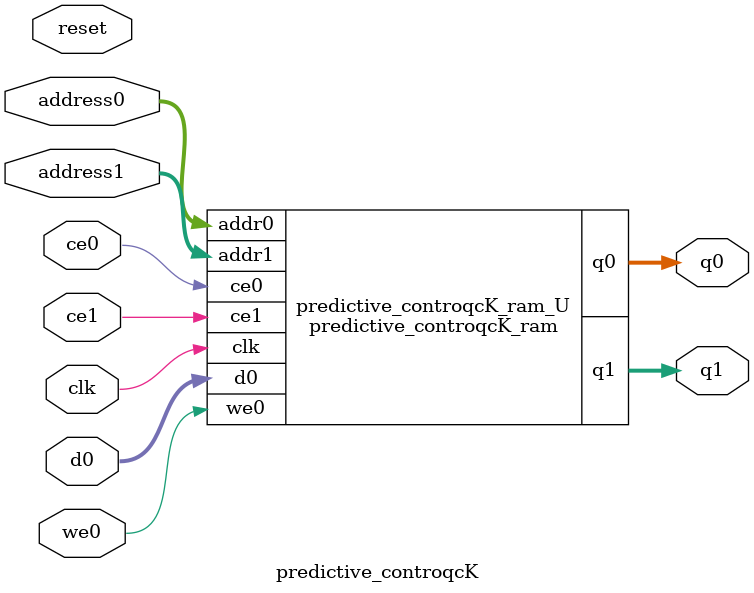
<source format=v>
`timescale 1 ns / 1 ps
module predictive_controqcK_ram (addr0, ce0, d0, we0, q0, addr1, ce1, q1,  clk);

parameter DWIDTH = 32;
parameter AWIDTH = 4;
parameter MEM_SIZE = 12;

input[AWIDTH-1:0] addr0;
input ce0;
input[DWIDTH-1:0] d0;
input we0;
output reg[DWIDTH-1:0] q0;
input[AWIDTH-1:0] addr1;
input ce1;
output reg[DWIDTH-1:0] q1;
input clk;

(* ram_style = "distributed" *)reg [DWIDTH-1:0] ram[0:MEM_SIZE-1];




always @(posedge clk)  
begin 
    if (ce0) 
    begin
        if (we0) 
        begin 
            ram[addr0] <= d0; 
        end 
        q0 <= ram[addr0];
    end
end


always @(posedge clk)  
begin 
    if (ce1) 
    begin
        q1 <= ram[addr1];
    end
end


endmodule

`timescale 1 ns / 1 ps
module predictive_controqcK(
    reset,
    clk,
    address0,
    ce0,
    we0,
    d0,
    q0,
    address1,
    ce1,
    q1);

parameter DataWidth = 32'd32;
parameter AddressRange = 32'd12;
parameter AddressWidth = 32'd4;
input reset;
input clk;
input[AddressWidth - 1:0] address0;
input ce0;
input we0;
input[DataWidth - 1:0] d0;
output[DataWidth - 1:0] q0;
input[AddressWidth - 1:0] address1;
input ce1;
output[DataWidth - 1:0] q1;



predictive_controqcK_ram predictive_controqcK_ram_U(
    .clk( clk ),
    .addr0( address0 ),
    .ce0( ce0 ),
    .we0( we0 ),
    .d0( d0 ),
    .q0( q0 ),
    .addr1( address1 ),
    .ce1( ce1 ),
    .q1( q1 ));

endmodule


</source>
